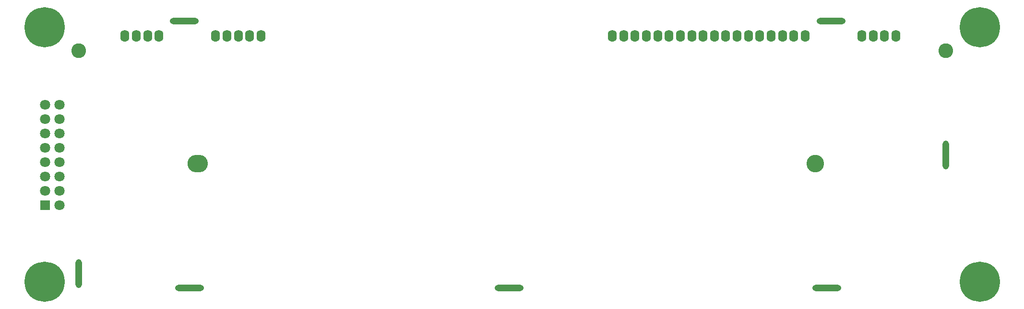
<source format=gts>
G04*
G04 #@! TF.GenerationSoftware,Altium Limited,Altium Designer,22.1.2 (22)*
G04*
G04 Layer_Color=8388736*
%FSLAX25Y25*%
%MOIN*%
G70*
G04*
G04 #@! TF.SameCoordinates,DF75A293-B8B3-40F9-85AC-AEAE4A76D7A3*
G04*
G04*
G04 #@! TF.FilePolarity,Negative*
G04*
G01*
G75*
%ADD12O,0.20085X0.04337*%
%ADD13O,0.14179X0.12211*%
%ADD14O,0.04337X0.20085*%
%ADD15O,0.06266X0.08274*%
%ADD16C,0.12211*%
%ADD17C,0.10243*%
%ADD18C,0.27959*%
%ADD19C,0.07093*%
%ADD20R,0.07093X0.07093*%
D12*
X120473Y15256D02*
D03*
X116929Y201279D02*
D03*
X562992Y15256D02*
D03*
X342520D02*
D03*
X565945Y201279D02*
D03*
D13*
X125984Y101870D02*
D03*
D14*
X43307Y25098D02*
D03*
X645669Y107776D02*
D03*
D15*
X611024Y190846D02*
D03*
X603150D02*
D03*
X595276D02*
D03*
X587402D02*
D03*
X548032D02*
D03*
X540158D02*
D03*
X532284D02*
D03*
X524410D02*
D03*
X516536D02*
D03*
X508662D02*
D03*
X500788D02*
D03*
X492914D02*
D03*
X485040D02*
D03*
X477166D02*
D03*
X453544D02*
D03*
X469292D02*
D03*
X461418D02*
D03*
X445670D02*
D03*
X437796D02*
D03*
X429922D02*
D03*
X422048D02*
D03*
X414174D02*
D03*
X83464D02*
D03*
X170079D02*
D03*
X162205D02*
D03*
X154331D02*
D03*
X146457D02*
D03*
X138583D02*
D03*
X99212D02*
D03*
X91338D02*
D03*
X75590D02*
D03*
D16*
X555118Y101870D02*
D03*
D17*
X43307Y180610D02*
D03*
X645669D02*
D03*
D18*
X19685Y19685D02*
D03*
X669291D02*
D03*
Y196850D02*
D03*
X19685D02*
D03*
D19*
X30000Y143000D02*
D03*
X20000D02*
D03*
Y133000D02*
D03*
X30000D02*
D03*
Y123000D02*
D03*
X20000D02*
D03*
Y113000D02*
D03*
X30000D02*
D03*
Y103000D02*
D03*
X20000D02*
D03*
Y93000D02*
D03*
X30000D02*
D03*
Y83000D02*
D03*
X20000D02*
D03*
X30000Y73000D02*
D03*
D20*
X20000D02*
D03*
M02*

</source>
